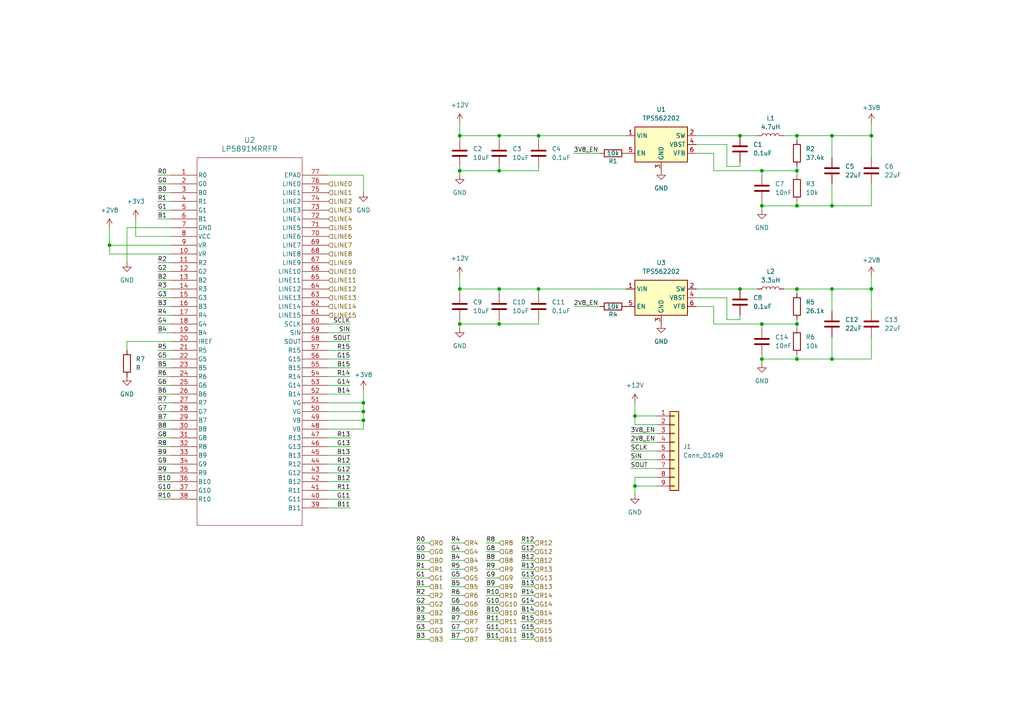
<source format=kicad_sch>
(kicad_sch (version 20250114) (generator "eeschema") (generator_version "9.0")
  (paper "A4")
  (lib_symbols
    (symbol "Connector_Generic:Conn_01x09" (pin_names (offset 1.016) (hide yes))
      (property "Reference" "J" (at 0 12.7 0))
      (property "Value" "Conn_01x09" (at 0 -12.7 0))
      (symbol "Conn_01x09_1_1"
        (rectangle (start -1.27 11.43) (end 1.27 -11.43) (stroke (width 0.254)) (fill (type background)))
        (rectangle (start -1.27 10.287) (end 0 10.033) (stroke (width 0.1524)))
        (rectangle (start -1.27 7.747) (end 0 7.493) (stroke (width 0.1524)))
        (rectangle (start -1.27 5.207) (end 0 4.953) (stroke (width 0.1524)))
        (rectangle (start -1.27 2.667) (end 0 2.413) (stroke (width 0.1524)))
        (rectangle (start -1.27 0.127) (end 0 -0.127) (stroke (width 0.1524)))
        (rectangle (start -1.27 -2.413) (end 0 -2.667) (stroke (width 0.1524)))
        (rectangle (start -1.27 -4.953) (end 0 -5.207) (stroke (width 0.1524)))
        (rectangle (start -1.27 -7.493) (end 0 -7.747) (stroke (width 0.1524)))
        (rectangle (start -1.27 -10.033) (end 0 -10.287) (stroke (width 0.1524)))
        (pin passive line (at -5.08 10.16 0) (length 3.81) (name "Pin_1") (number "1"))
        (pin passive line (at -5.08 7.62 0) (length 3.81) (name "Pin_2") (number "2"))
        (pin passive line (at -5.08 5.08 0) (length 3.81) (name "Pin_3") (number "3"))
        (pin passive line (at -5.08 2.54 0) (length 3.81) (name "Pin_4") (number "4"))
        (pin passive line (at -5.08 0 0) (length 3.81) (name "Pin_5") (number "5"))
        (pin passive line (at -5.08 -2.54 0) (length 3.81) (name "Pin_6") (number "6"))
        (pin passive line (at -5.08 -5.08 0) (length 3.81) (name "Pin_7") (number "7"))
        (pin passive line (at -5.08 -7.62 0) (length 3.81) (name "Pin_8") (number "8"))
        (pin passive line (at -5.08 -10.16 0) (length 3.81) (name "Pin_9") (number "9"))
      )
    )
    (symbol "Device:C" (pin_numbers (hide yes)) (pin_names (offset 0.254))
      (property "Reference" "C" (at 0.635 2.54 0))
      (property "Value" "C" (at 0.635 -2.54 0))
      (symbol "C_0_1"
        (polyline (pts (xy -2.032 0.762) (xy 2.032 0.762)) (stroke (width 0.508)))
        (polyline (pts (xy -2.032 -0.762) (xy 2.032 -0.762)) (stroke (width 0.508)))
      )
      (symbol "C_1_1"
        (pin passive line (at 0 3.81 270) (length 2.794) (name "~") (number "1"))
        (pin passive line (at 0 -3.81 90) (length 2.794) (name "~") (number "2"))
      )
    )
    (symbol "Device:L" (pin_numbers (hide yes)) (pin_names (offset 1.016) (hide yes))
      (property "Reference" "L" (at -1.27 0 90))
      (property "Value" "L" (at 1.905 0 90))
      (symbol "L_0_1"
        (arc (start 0 2.54) (mid 0.6323 1.905) (end 0 1.27))
        (arc (start 0 1.27) (mid 0.6323 0.635) (end 0 0))
        (arc (start 0 0) (mid 0.6323 -0.635) (end 0 -1.27))
        (arc (start 0 -1.27) (mid 0.6323 -1.905) (end 0 -2.54))
      )
      (symbol "L_1_1"
        (pin passive line (at 0 3.81 270) (length 1.27) (name "1") (number "1"))
        (pin passive line (at 0 -3.81 90) (length 1.27) (name "2") (number "2"))
      )
    )
    (symbol "Device:R" (pin_numbers (hide yes)) (pin_names (offset 0))
      (property "Reference" "R" (at 2.032 0 90))
      (property "Value" "R" (at 0 0 90))
      (symbol "R_0_1"
        (rectangle (start -1.016 -2.54) (end 1.016 2.54) (stroke (width 0.254)))
      )
      (symbol "R_1_1"
        (pin passive line (at 0 3.81 270) (length 1.27) (name "~") (number "1"))
        (pin passive line (at 0 -3.81 90) (length 1.27) (name "~") (number "2"))
      )
    )
    (symbol "Regulator_Switching:TPS562202"
      (property "Reference" "U" (at -7.62 6.35 0))
      (property "Value" "TPS562202" (at -2.54 6.35 0))
      (symbol "TPS562202_0_1"
        (rectangle (start -7.62 5.08) (end 7.62 -5.08) (stroke (width 0.254)) (fill (type background)))
      )
      (symbol "TPS562202_1_1"
        (pin power_in line (at -10.16 2.54 0) (length 2.54) (name "VIN") (number "1"))
        (pin input line (at -10.16 -2.54 0) (length 2.54) (name "EN") (number "5"))
        (pin power_in line (at 0 -7.62 90) (length 2.54) (name "GND") (number "3"))
        (pin output line (at 10.16 2.54 180) (length 2.54) (name "SW") (number "2"))
        (pin passive line (at 10.16 0 180) (length 2.54) (name "VBST") (number "4"))
        (pin input line (at 10.16 -2.54 180) (length 2.54) (name "VFB") (number "6"))
      )
    )
    (symbol "power:+12V" (power) (pin_numbers (hide yes)) (pin_names (offset 0) (hide yes))
      (property "Value" "+12V" (at 0 3.556 0))
      (symbol "+12V_0_1"
        (polyline (pts (xy -0.762 1.27) (xy 0 2.54)))
        (polyline (pts (xy 0 2.54) (xy 0.762 1.27)))
        (polyline (pts (xy 0 0) (xy 0 2.54)))
      )
      (symbol "+12V_1_1"
        (pin power_in line (at 0 0 90) (length 0) (name "~") (number "1"))
      )
    )
    (symbol "power:+2V8" (power) (pin_numbers (hide yes)) (pin_names (offset 0) (hide yes))
      (property "Value" "+2V8" (at 0 3.556 0))
      (symbol "+2V8_0_1"
        (polyline (pts (xy -0.762 1.27) (xy 0 2.54)))
        (polyline (pts (xy 0 2.54) (xy 0.762 1.27)))
        (polyline (pts (xy 0 0) (xy 0 2.54)))
      )
      (symbol "+2V8_1_1"
        (pin power_in line (at 0 0 90) (length 0) (name "~") (number "1"))
      )
    )
    (symbol "power:+3V3" (power) (pin_numbers (hide yes)) (pin_names (offset 0) (hide yes))
      (property "Value" "+3V3" (at 0 3.556 0))
      (symbol "+3V3_0_1"
        (polyline (pts (xy -0.762 1.27) (xy 0 2.54)))
        (polyline (pts (xy 0 2.54) (xy 0.762 1.27)))
        (polyline (pts (xy 0 0) (xy 0 2.54)))
      )
      (symbol "+3V3_1_1"
        (pin power_in line (at 0 0 90) (length 0) (name "~") (number "1"))
      )
    )
    (symbol "power:GND" (power) (pin_numbers (hide yes)) (pin_names (offset 0) (hide yes))
      (property "Value" "GND" (at 0 -3.81 0))
      (symbol "GND_0_1"
        (polyline (pts (xy 0 0) (xy 0 -1.27) (xy 1.27 -1.27) (xy 0 -2.54) (xy -1.27 -1.27) (xy 0 -1.27)))
      )
      (symbol "GND_1_1"
        (pin power_in line (at 0 0 270) (length 0) (name "~") (number "1"))
      )
    )
    (symbol "ul_LP5891MRRFR:LP5891MRRFR" (pin_names (offset 0.254))
      (property "Reference" "U" (at 22.86 10.16 0))
      (property "Value" "LP5891MRRFR" (at 22.86 7.62 0))
      (symbol "LP5891MRRFR_0_1"
        (polyline (pts (xy 7.62 5.08) (xy 7.62 -101.6)) (stroke (width 0.127)))
        (polyline (pts (xy 7.62 -101.6) (xy 38.1 -101.6)) (stroke (width 0.127)))
        (polyline (pts (xy 38.1 5.08) (xy 7.62 5.08)) (stroke (width 0.127)))
        (polyline (pts (xy 38.1 -101.6) (xy 38.1 5.08)) (stroke (width 0.127)))
        (pin output line (at 0 0 0) (length 7.62) (name "R0") (number "1"))
        (pin output line (at 0 -2.54 0) (length 7.62) (name "G0") (number "2"))
        (pin output line (at 0 -5.08 0) (length 7.62) (name "B0") (number "3"))
        (pin output line (at 0 -7.62 0) (length 7.62) (name "R1") (number "4"))
        (pin output line (at 0 -10.16 0) (length 7.62) (name "G1") (number "5"))
        (pin output line (at 0 -12.7 0) (length 7.62) (name "B1") (number "6"))
        (pin power_out line (at 0 -15.24 0) (length 7.62) (name "GND") (number "7"))
        (pin input line (at 0 -17.78 0) (length 7.62) (name "VCC") (number "8"))
        (pin input line (at 0 -20.32 0) (length 7.62) (name "VR") (number "9"))
        (pin input line (at 0 -22.86 0) (length 7.62) (name "VR") (number "10"))
        (pin output line (at 0 -25.4 0) (length 7.62) (name "R2") (number "11"))
        (pin output line (at 0 -27.94 0) (length 7.62) (name "G2") (number "12"))
        (pin output line (at 0 -30.48 0) (length 7.62) (name "B2") (number "13"))
        (pin output line (at 0 -33.02 0) (length 7.62) (name "R3") (number "14"))
        (pin output line (at 0 -35.56 0) (length 7.62) (name "G3") (number "15"))
        (pin output line (at 0 -38.1 0) (length 7.62) (name "B3") (number "16"))
        (pin output line (at 0 -40.64 0) (length 7.62) (name "R4") (number "17"))
        (pin output line (at 0 -43.18 0) (length 7.62) (name "G4") (number "18"))
        (pin output line (at 0 -45.72 0) (length 7.62) (name "B4") (number "19"))
        (pin unspecified line (at 0 -48.26 0) (length 7.62) (name "IREF") (number "20"))
        (pin output line (at 0 -50.8 0) (length 7.62) (name "R5") (number "21"))
        (pin output line (at 0 -53.34 0) (length 7.62) (name "G5") (number "22"))
        (pin output line (at 0 -55.88 0) (length 7.62) (name "B5") (number "23"))
        (pin output line (at 0 -58.42 0) (length 7.62) (name "R6") (number "24"))
        (pin output line (at 0 -60.96 0) (length 7.62) (name "G6") (number "25"))
        (pin output line (at 0 -63.5 0) (length 7.62) (name "B6") (number "26"))
        (pin output line (at 0 -66.04 0) (length 7.62) (name "R7") (number "27"))
        (pin output line (at 0 -68.58 0) (length 7.62) (name "G7") (number "28"))
        (pin output line (at 0 -71.12 0) (length 7.62) (name "B7") (number "29"))
        (pin output line (at 0 -73.66 0) (length 7.62) (name "B8") (number "30"))
        (pin output line (at 0 -76.2 0) (length 7.62) (name "G8") (number "31"))
        (pin output line (at 0 -78.74 0) (length 7.62) (name "R8") (number "32"))
        (pin output line (at 0 -81.28 0) (length 7.62) (name "B9") (number "33"))
        (pin output line (at 0 -83.82 0) (length 7.62) (name "G9") (number "34"))
        (pin output line (at 0 -86.36 0) (length 7.62) (name "R9") (number "35"))
        (pin output line (at 0 -88.9 0) (length 7.62) (name "B10") (number "36"))
        (pin output line (at 0 -91.44 0) (length 7.62) (name "G10") (number "37"))
        (pin output line (at 0 -93.98 0) (length 7.62) (name "R10") (number "38"))
        (pin power_out line (at 45.72 0 180) (length 7.62) (name "EPAD") (number "77"))
        (pin output line (at 45.72 -2.54 180) (length 7.62) (name "LINE0") (number "76"))
        (pin output line (at 45.72 -5.08 180) (length 7.62) (name "LINE1") (number "75"))
        (pin output line (at 45.72 -7.62 180) (length 7.62) (name "LINE2") (number "74"))
        (pin output line (at 45.72 -10.16 180) (length 7.62) (name "LINE3") (number "73"))
        (pin output line (at 45.72 -12.7 180) (length 7.62) (name "LINE4") (number "72"))
        (pin output line (at 45.72 -15.24 180) (length 7.62) (name "LINE5") (number "71"))
        (pin output line (at 45.72 -17.78 180) (length 7.62) (name "LINE6") (number "70"))
        (pin output line (at 45.72 -20.32 180) (length 7.62) (name "LINE7") (number "69"))
        (pin output line (at 45.72 -22.86 180) (length 7.62) (name "LINE8") (number "68"))
        (pin output line (at 45.72 -25.4 180) (length 7.62) (name "LINE9") (number "67"))
        (pin output line (at 45.72 -27.94 180) (length 7.62) (name "LINE10") (number "66"))
        (pin output line (at 45.72 -30.48 180) (length 7.62) (name "LINE11") (number "65"))
        (pin output line (at 45.72 -33.02 180) (length 7.62) (name "LINE12") (number "64"))
        (pin output line (at 45.72 -35.56 180) (length 7.62) (name "LINE13") (number "63"))
        (pin output line (at 45.72 -38.1 180) (length 7.62) (name "LINE14") (number "62"))
        (pin output line (at 45.72 -40.64 180) (length 7.62) (name "LINE15") (number "61"))
        (pin input line (at 45.72 -43.18 180) (length 7.62) (name "SCLK") (number "60"))
        (pin input line (at 45.72 -45.72 180) (length 7.62) (name "SIN") (number "59"))
        (pin output line (at 45.72 -48.26 180) (length 7.62) (name "SOUT") (number "58"))
        (pin output line (at 45.72 -50.8 180) (length 7.62) (name "R15") (number "57"))
        (pin output line (at 45.72 -53.34 180) (length 7.62) (name "G15") (number "56"))
        (pin output line (at 45.72 -55.88 180) (length 7.62) (name "B15") (number "55"))
        (pin output line (at 45.72 -58.42 180) (length 7.62) (name "R14") (number "54"))
        (pin output line (at 45.72 -60.96 180) (length 7.62) (name "G14") (number "53"))
        (pin output line (at 45.72 -63.5 180) (length 7.62) (name "B14") (number "52"))
        (pin input line (at 45.72 -66.04 180) (length 7.62) (name "VG") (number "51"))
        (pin input line (at 45.72 -68.58 180) (length 7.62) (name "VG") (number "50"))
        (pin input line (at 45.72 -71.12 180) (length 7.62) (name "VB") (number "49"))
        (pin input line (at 45.72 -73.66 180) (length 7.62) (name "VB") (number "48"))
        (pin output line (at 45.72 -76.2 180) (length 7.62) (name "R13") (number "47"))
        (pin output line (at 45.72 -78.74 180) (length 7.62) (name "G13") (number "46"))
        (pin output line (at 45.72 -81.28 180) (length 7.62) (name "B13") (number "45"))
        (pin output line (at 45.72 -83.82 180) (length 7.62) (name "R12") (number "44"))
        (pin output line (at 45.72 -86.36 180) (length 7.62) (name "G12") (number "43"))
        (pin output line (at 45.72 -88.9 180) (length 7.62) (name "B12") (number "42"))
        (pin output line (at 45.72 -91.44 180) (length 7.62) (name "R11") (number "41"))
        (pin output line (at 45.72 -93.98 180) (length 7.62) (name "G11") (number "40"))
        (pin output line (at 45.72 -96.52 180) (length 7.62) (name "B11") (number "39"))
      )
    )
  )
  (junction (at 220.98 93.98))
  (junction (at 231.14 39.37))
  (junction (at 144.78 93.98))
  (junction (at 252.73 83.82))
  (junction (at 133.35 49.53))
  (junction (at 105.41 121.92))
  (junction (at 214.63 83.82))
  (junction (at 241.3 59.69))
  (junction (at 144.78 49.53))
  (junction (at 31.75 71.12))
  (junction (at 220.98 104.14))
  (junction (at 105.41 119.38))
  (junction (at 220.98 59.69))
  (junction (at 214.63 39.37))
  (junction (at 231.14 104.14))
  (junction (at 156.21 83.82))
  (junction (at 231.14 59.69))
  (junction (at 231.14 93.98))
  (junction (at 184.15 120.65))
  (junction (at 105.41 116.84))
  (junction (at 144.78 83.82))
  (junction (at 184.15 140.97))
  (junction (at 231.14 49.53))
  (junction (at 241.3 104.14))
  (junction (at 133.35 83.82))
  (junction (at 252.73 39.37))
  (junction (at 220.98 49.53))
  (junction (at 144.78 39.37))
  (junction (at 133.35 93.98))
  (junction (at 156.21 39.37))
  (junction (at 241.3 39.37))
  (junction (at 133.35 39.37))
  (junction (at 231.14 83.82))
  (junction (at 241.3 83.82))
  (wire (pts (xy 120.65 165.1) (xy 124.46 165.1)))
  (wire (pts (xy 49.53 104.14) (xy 45.72 104.14)))
  (wire (pts (xy 231.14 59.69) (xy 220.98 59.69)))
  (wire (pts (xy 241.3 83.82) (xy 241.3 90.17)))
  (wire (pts (xy 49.53 111.76) (xy 45.72 111.76)))
  (wire (pts (xy 49.53 88.9) (xy 45.72 88.9)))
  (wire (pts (xy 252.73 80.01) (xy 252.73 83.82)))
  (wire (pts (xy 31.75 73.66) (xy 31.75 71.12)))
  (wire (pts (xy 140.97 180.34) (xy 144.78 180.34)))
  (wire (pts (xy 140.97 182.88) (xy 144.78 182.88)))
  (wire (pts (xy 133.35 93.98) (xy 133.35 92.71)))
  (wire (pts (xy 95.25 104.14) (xy 101.6 104.14)))
  (wire (pts (xy 140.97 162.56) (xy 144.78 162.56)))
  (wire (pts (xy 49.53 76.2) (xy 45.72 76.2)))
  (wire (pts (xy 173.99 88.9) (xy 166.37 88.9)))
  (wire (pts (xy 156.21 39.37) (xy 156.21 40.64)))
  (wire (pts (xy 190.5 130.81) (xy 182.88 130.81)))
  (wire (pts (xy 49.53 71.12) (xy 31.75 71.12)))
  (wire (pts (xy 49.53 93.98) (xy 45.72 93.98)))
  (wire (pts (xy 130.81 170.18) (xy 134.62 170.18)))
  (wire (pts (xy 214.63 92.71) (xy 214.63 91.44)))
  (wire (pts (xy 95.25 114.3) (xy 101.6 114.3)))
  (wire (pts (xy 190.5 135.89) (xy 182.88 135.89)))
  (wire (pts (xy 241.3 53.34) (xy 241.3 59.69)))
  (wire (pts (xy 210.82 92.71) (xy 214.63 92.71)))
  (wire (pts (xy 241.3 83.82) (xy 252.73 83.82)))
  (wire (pts (xy 105.41 124.46) (xy 95.25 124.46)))
  (wire (pts (xy 49.53 109.22) (xy 45.72 109.22)))
  (wire (pts (xy 210.82 41.91) (xy 210.82 48.26)))
  (wire (pts (xy 95.25 106.68) (xy 101.6 106.68)))
  (wire (pts (xy 130.81 180.34) (xy 134.62 180.34)))
  (wire (pts (xy 140.97 177.8) (xy 144.78 177.8)))
  (wire (pts (xy 151.13 185.42) (xy 154.94 185.42)))
  (wire (pts (xy 133.35 95.25) (xy 133.35 93.98)))
  (wire (pts (xy 231.14 39.37) (xy 241.3 39.37)))
  (wire (pts (xy 49.53 119.38) (xy 45.72 119.38)))
  (wire (pts (xy 227.33 83.82) (xy 231.14 83.82)))
  (wire (pts (xy 49.53 144.78) (xy 45.72 144.78)))
  (wire (pts (xy 140.97 160.02) (xy 144.78 160.02)))
  (wire (pts (xy 151.13 175.26) (xy 154.94 175.26)))
  (wire (pts (xy 190.5 133.35) (xy 182.88 133.35)))
  (wire (pts (xy 156.21 39.37) (xy 181.61 39.37)))
  (wire (pts (xy 49.53 63.5) (xy 45.72 63.5)))
  (wire (pts (xy 133.35 35.56) (xy 133.35 39.37)))
  (wire (pts (xy 220.98 49.53) (xy 231.14 49.53)))
  (wire (pts (xy 220.98 58.42) (xy 220.98 59.69)))
  (wire (pts (xy 49.53 124.46) (xy 45.72 124.46)))
  (wire (pts (xy 140.97 157.48) (xy 144.78 157.48)))
  (wire (pts (xy 201.93 86.36) (xy 210.82 86.36)))
  (wire (pts (xy 105.41 50.8) (xy 105.41 55.88)))
  (wire (pts (xy 220.98 50.8) (xy 220.98 49.53)))
  (wire (pts (xy 49.53 142.24) (xy 45.72 142.24)))
  (wire (pts (xy 130.81 175.26) (xy 134.62 175.26)))
  (wire (pts (xy 133.35 85.09) (xy 133.35 83.82)))
  (wire (pts (xy 120.65 167.64) (xy 124.46 167.64)))
  (wire (pts (xy 182.88 128.27) (xy 190.5 128.27)))
  (wire (pts (xy 231.14 102.87) (xy 231.14 104.14)))
  (wire (pts (xy 105.41 119.38) (xy 105.41 121.92)))
  (wire (pts (xy 207.01 88.9) (xy 207.01 93.98)))
  (wire (pts (xy 95.25 119.38) (xy 105.41 119.38)))
  (wire (pts (xy 241.3 59.69) (xy 231.14 59.69)))
  (wire (pts (xy 49.53 139.7) (xy 45.72 139.7)))
  (wire (pts (xy 220.98 93.98) (xy 231.14 93.98)))
  (wire (pts (xy 95.25 129.54) (xy 101.6 129.54)))
  (wire (pts (xy 252.73 53.34) (xy 252.73 59.69)))
  (wire (pts (xy 49.53 73.66) (xy 31.75 73.66)))
  (wire (pts (xy 49.53 121.92) (xy 45.72 121.92)))
  (wire (pts (xy 231.14 92.71) (xy 231.14 93.98)))
  (wire (pts (xy 144.78 39.37) (xy 156.21 39.37)))
  (wire (pts (xy 252.73 104.14) (xy 241.3 104.14)))
  (wire (pts (xy 105.41 113.03) (xy 105.41 116.84)))
  (wire (pts (xy 151.13 172.72) (xy 154.94 172.72)))
  (wire (pts (xy 130.81 182.88) (xy 134.62 182.88)))
  (wire (pts (xy 120.65 157.48) (xy 124.46 157.48)))
  (wire (pts (xy 220.98 60.96) (xy 220.98 59.69)))
  (wire (pts (xy 133.35 39.37) (xy 144.78 39.37)))
  (wire (pts (xy 252.73 39.37) (xy 252.73 45.72)))
  (wire (pts (xy 184.15 138.43) (xy 184.15 140.97)))
  (wire (pts (xy 133.35 50.8) (xy 133.35 49.53)))
  (wire (pts (xy 49.53 83.82) (xy 45.72 83.82)))
  (wire (pts (xy 151.13 157.48) (xy 154.94 157.48)))
  (wire (pts (xy 241.3 39.37) (xy 241.3 45.72)))
  (wire (pts (xy 49.53 50.8) (xy 45.72 50.8)))
  (wire (pts (xy 120.65 170.18) (xy 124.46 170.18)))
  (wire (pts (xy 214.63 83.82) (xy 219.71 83.82)))
  (wire (pts (xy 201.93 39.37) (xy 214.63 39.37)))
  (wire (pts (xy 49.53 132.08) (xy 45.72 132.08)))
  (wire (pts (xy 95.25 121.92) (xy 105.41 121.92)))
  (wire (pts (xy 130.81 160.02) (xy 134.62 160.02)))
  (wire (pts (xy 95.25 111.76) (xy 101.6 111.76)))
  (wire (pts (xy 36.83 66.04) (xy 36.83 76.2)))
  (wire (pts (xy 184.15 140.97) (xy 184.15 143.51)))
  (wire (pts (xy 120.65 162.56) (xy 124.46 162.56)))
  (wire (pts (xy 231.14 49.53) (xy 231.14 50.8)))
  (wire (pts (xy 49.53 96.52) (xy 45.72 96.52)))
  (wire (pts (xy 214.63 48.26) (xy 214.63 46.99)))
  (wire (pts (xy 144.78 85.09) (xy 144.78 83.82)))
  (wire (pts (xy 105.41 116.84) (xy 105.41 119.38)))
  (wire (pts (xy 252.73 97.79) (xy 252.73 104.14)))
  (wire (pts (xy 95.25 132.08) (xy 101.6 132.08)))
  (wire (pts (xy 140.97 165.1) (xy 144.78 165.1)))
  (wire (pts (xy 49.53 127) (xy 45.72 127)))
  (wire (pts (xy 95.25 96.52) (xy 101.6 96.52)))
  (wire (pts (xy 140.97 185.42) (xy 144.78 185.42)))
  (wire (pts (xy 130.81 165.1) (xy 134.62 165.1)))
  (wire (pts (xy 49.53 114.3) (xy 45.72 114.3)))
  (wire (pts (xy 151.13 165.1) (xy 154.94 165.1)))
  (wire (pts (xy 36.83 101.6) (xy 36.83 99.06)))
  (wire (pts (xy 120.65 175.26) (xy 124.46 175.26)))
  (wire (pts (xy 252.73 83.82) (xy 252.73 90.17)))
  (wire (pts (xy 201.93 44.45) (xy 207.01 44.45)))
  (wire (pts (xy 133.35 49.53) (xy 133.35 48.26)))
  (wire (pts (xy 184.15 120.65) (xy 190.5 120.65)))
  (wire (pts (xy 156.21 93.98) (xy 144.78 93.98)))
  (wire (pts (xy 95.25 142.24) (xy 101.6 142.24)))
  (wire (pts (xy 207.01 44.45) (xy 207.01 49.53)))
  (wire (pts (xy 95.25 101.6) (xy 101.6 101.6)))
  (wire (pts (xy 201.93 83.82) (xy 214.63 83.82)))
  (wire (pts (xy 144.78 92.71) (xy 144.78 93.98)))
  (wire (pts (xy 184.15 123.19) (xy 190.5 123.19)))
  (wire (pts (xy 156.21 48.26) (xy 156.21 49.53)))
  (wire (pts (xy 130.81 177.8) (xy 134.62 177.8)))
  (wire (pts (xy 140.97 175.26) (xy 144.78 175.26)))
  (wire (pts (xy 49.53 106.68) (xy 45.72 106.68)))
  (wire (pts (xy 49.53 91.44) (xy 45.72 91.44)))
  (wire (pts (xy 31.75 71.12) (xy 31.75 66.04)))
  (wire (pts (xy 49.53 86.36) (xy 45.72 86.36)))
  (wire (pts (xy 95.25 93.98) (xy 101.6 93.98)))
  (wire (pts (xy 130.81 172.72) (xy 134.62 172.72)))
  (wire (pts (xy 241.3 104.14) (xy 231.14 104.14)))
  (wire (pts (xy 95.25 134.62) (xy 101.6 134.62)))
  (wire (pts (xy 156.21 49.53) (xy 144.78 49.53)))
  (wire (pts (xy 231.14 85.09) (xy 231.14 83.82)))
  (wire (pts (xy 95.25 137.16) (xy 101.6 137.16)))
  (wire (pts (xy 95.25 99.06) (xy 101.6 99.06)))
  (wire (pts (xy 252.73 59.69) (xy 241.3 59.69)))
  (wire (pts (xy 49.53 55.88) (xy 45.72 55.88)))
  (wire (pts (xy 49.53 101.6) (xy 45.72 101.6)))
  (wire (pts (xy 231.14 93.98) (xy 231.14 95.25)))
  (wire (pts (xy 49.53 134.62) (xy 45.72 134.62)))
  (wire (pts (xy 95.25 127) (xy 101.6 127)))
  (wire (pts (xy 151.13 180.34) (xy 154.94 180.34)))
  (wire (pts (xy 231.14 58.42) (xy 231.14 59.69)))
  (wire (pts (xy 252.73 35.56) (xy 252.73 39.37)))
  (wire (pts (xy 105.41 121.92) (xy 105.41 124.46)))
  (wire (pts (xy 140.97 172.72) (xy 144.78 172.72)))
  (wire (pts (xy 95.25 139.7) (xy 101.6 139.7)))
  (wire (pts (xy 120.65 185.42) (xy 124.46 185.42)))
  (wire (pts (xy 133.35 83.82) (xy 144.78 83.82)))
  (wire (pts (xy 95.25 147.32) (xy 101.6 147.32)))
  (wire (pts (xy 49.53 129.54) (xy 45.72 129.54)))
  (wire (pts (xy 130.81 157.48) (xy 134.62 157.48)))
  (wire (pts (xy 49.53 66.04) (xy 36.83 66.04)))
  (wire (pts (xy 49.53 58.42) (xy 45.72 58.42)))
  (wire (pts (xy 120.65 172.72) (xy 124.46 172.72)))
  (wire (pts (xy 140.97 170.18) (xy 144.78 170.18)))
  (wire (pts (xy 220.98 105.41) (xy 220.98 104.14)))
  (wire (pts (xy 220.98 102.87) (xy 220.98 104.14)))
  (wire (pts (xy 151.13 167.64) (xy 154.94 167.64)))
  (wire (pts (xy 231.14 83.82) (xy 241.3 83.82)))
  (wire (pts (xy 190.5 138.43) (xy 184.15 138.43)))
  (wire (pts (xy 95.25 50.8) (xy 105.41 50.8)))
  (wire (pts (xy 49.53 116.84) (xy 45.72 116.84)))
  (wire (pts (xy 151.13 177.8) (xy 154.94 177.8)))
  (wire (pts (xy 156.21 92.71) (xy 156.21 93.98)))
  (wire (pts (xy 241.3 97.79) (xy 241.3 104.14)))
  (wire (pts (xy 156.21 83.82) (xy 156.21 85.09)))
  (wire (pts (xy 36.83 99.06) (xy 49.53 99.06)))
  (wire (pts (xy 133.35 40.64) (xy 133.35 39.37)))
  (wire (pts (xy 130.81 162.56) (xy 134.62 162.56)))
  (wire (pts (xy 184.15 120.65) (xy 184.15 123.19)))
  (wire (pts (xy 207.01 93.98) (xy 220.98 93.98)))
  (wire (pts (xy 49.53 137.16) (xy 45.72 137.16)))
  (wire (pts (xy 49.53 60.96) (xy 45.72 60.96)))
  (wire (pts (xy 241.3 39.37) (xy 252.73 39.37)))
  (wire (pts (xy 151.13 182.88) (xy 154.94 182.88)))
  (wire (pts (xy 227.33 39.37) (xy 231.14 39.37)))
  (wire (pts (xy 95.25 144.78) (xy 101.6 144.78)))
  (wire (pts (xy 231.14 104.14) (xy 220.98 104.14)))
  (wire (pts (xy 173.99 44.45) (xy 166.37 44.45)))
  (wire (pts (xy 120.65 160.02) (xy 124.46 160.02)))
  (wire (pts (xy 156.21 83.82) (xy 181.61 83.82)))
  (wire (pts (xy 210.82 86.36) (xy 210.82 92.71)))
  (wire (pts (xy 140.97 167.64) (xy 144.78 167.64)))
  (wire (pts (xy 151.13 160.02) (xy 154.94 160.02)))
  (wire (pts (xy 95.25 116.84) (xy 105.41 116.84)))
  (wire (pts (xy 151.13 162.56) (xy 154.94 162.56)))
  (wire (pts (xy 220.98 95.25) (xy 220.98 93.98)))
  (wire (pts (xy 207.01 49.53) (xy 220.98 49.53)))
  (wire (pts (xy 201.93 88.9) (xy 207.01 88.9)))
  (wire (pts (xy 49.53 81.28) (xy 45.72 81.28)))
  (wire (pts (xy 144.78 40.64) (xy 144.78 39.37)))
  (wire (pts (xy 231.14 40.64) (xy 231.14 39.37)))
  (wire (pts (xy 144.78 83.82) (xy 156.21 83.82)))
  (wire (pts (xy 133.35 49.53) (xy 144.78 49.53)))
  (wire (pts (xy 144.78 48.26) (xy 144.78 49.53)))
  (wire (pts (xy 151.13 170.18) (xy 154.94 170.18)))
  (wire (pts (xy 130.81 167.64) (xy 134.62 167.64)))
  (wire (pts (xy 120.65 180.34) (xy 124.46 180.34)))
  (wire (pts (xy 39.37 68.58) (xy 49.53 68.58)))
  (wire (pts (xy 184.15 116.84) (xy 184.15 120.65)))
  (wire (pts (xy 130.81 185.42) (xy 134.62 185.42)))
  (wire (pts (xy 182.88 125.73) (xy 190.5 125.73)))
  (wire (pts (xy 120.65 177.8) (xy 124.46 177.8)))
  (wire (pts (xy 210.82 48.26) (xy 214.63 48.26)))
  (wire (pts (xy 201.93 41.91) (xy 210.82 41.91)))
  (wire (pts (xy 133.35 80.01) (xy 133.35 83.82)))
  (wire (pts (xy 95.25 109.22) (xy 101.6 109.22)))
  (wire (pts (xy 49.53 53.34) (xy 45.72 53.34)))
  (wire (pts (xy 49.53 78.74) (xy 45.72 78.74)))
  (wire (pts (xy 120.65 182.88) (xy 124.46 182.88)))
  (wire (pts (xy 39.37 63.5) (xy 39.37 68.58)))
  (wire (pts (xy 184.15 140.97) (xy 190.5 140.97)))
  (wire (pts (xy 133.35 93.98) (xy 144.78 93.98)))
  (wire (pts (xy 231.14 48.26) (xy 231.14 49.53)))
  (wire (pts (xy 214.63 39.37) (xy 219.71 39.37)))
  (label "G0" (at 120.65 160.02 0))
  (label "3V8_EN" (at 182.88 125.73 0))
  (label "R5" (at 130.81 165.1 0))
  (label "R14" (at 151.13 172.72 0))
  (label "SOUT" (at 101.6 99.06 180))
  (label "R11" (at 140.97 180.34 0))
  (label "B3" (at 120.65 185.42 0))
  (label "R4" (at 45.72 91.44 0))
  (label "B4" (at 130.81 162.56 0))
  (label "G15" (at 151.13 182.88 0))
  (label "G13" (at 101.6 129.54 180))
  (label "R15" (at 151.13 180.34 0))
  (label "R13" (at 151.13 165.1 0))
  (label "R13" (at 101.6 127 180))
  (label "R7" (at 45.72 116.84 0))
  (label "R0" (at 45.72 50.8 0))
  (label "B15" (at 151.13 185.42 0))
  (label "G9" (at 45.72 134.62 0))
  (label "G12" (at 151.13 160.02 0))
  (label "3V8_EN" (at 166.37 44.45 0))
  (label "R7" (at 130.81 180.34 0))
  (label "B8" (at 45.72 124.46 0))
  (label "R0" (at 120.65 157.48 0))
  (label "R14" (at 101.6 109.22 180))
  (label "G6" (at 45.72 111.76 0))
  (label "SOUT" (at 182.88 135.89 0))
  (label "G10" (at 140.97 175.26 0))
  (label "B6" (at 45.72 114.3 0))
  (label "B13" (at 151.13 170.18 0))
  (label "B12" (at 151.13 162.56 0))
  (label "R8" (at 140.97 157.48 0))
  (label "B11" (at 140.97 185.42 0))
  (label "G2" (at 120.65 175.26 0))
  (label "G1" (at 120.65 167.64 0))
  (label "B13" (at 101.6 132.08 180))
  (label "B2" (at 120.65 177.8 0))
  (label "B0" (at 120.65 162.56 0))
  (label "B7" (at 130.81 185.42 0))
  (label "B11" (at 101.6 147.32 180))
  (label "B6" (at 130.81 177.8 0))
  (label "R1" (at 45.72 58.42 0))
  (label "G5" (at 45.72 104.14 0))
  (label "B4" (at 45.72 96.52 0))
  (label "R9" (at 45.72 137.16 0))
  (label "G12" (at 101.6 137.16 180))
  (label "SIN" (at 182.88 133.35 0))
  (label "G13" (at 151.13 167.64 0))
  (label "G5" (at 130.81 167.64 0))
  (label "G4" (at 45.72 93.98 0))
  (label "B0" (at 45.72 55.88 0))
  (label "SCLK" (at 101.6 93.98 180))
  (label "R3" (at 45.72 83.82 0))
  (label "R1" (at 120.65 165.1 0))
  (label "2V8_EN" (at 182.88 128.27 0))
  (label "2V8_EN" (at 166.37 88.9 0))
  (label "G8" (at 140.97 160.02 0))
  (label "G7" (at 130.81 182.88 0))
  (label "R11" (at 101.6 142.24 180))
  (label "B1" (at 120.65 170.18 0))
  (label "R10" (at 140.97 172.72 0))
  (label "B12" (at 101.6 139.7 180))
  (label "G14" (at 151.13 175.26 0))
  (label "B5" (at 45.72 106.68 0))
  (label "R9" (at 140.97 165.1 0))
  (label "G7" (at 45.72 119.38 0))
  (label "R4" (at 130.81 157.48 0))
  (label "R5" (at 45.72 101.6 0))
  (label "B2" (at 45.72 81.28 0))
  (label "B9" (at 140.97 170.18 0))
  (label "SCLK" (at 182.88 130.81 0))
  (label "G10" (at 45.72 142.24 0))
  (label "G15" (at 101.6 104.14 180))
  (label "R3" (at 120.65 180.34 0))
  (label "G2" (at 45.72 78.74 0))
  (label "G6" (at 130.81 175.26 0))
  (label "SIN" (at 101.6 96.52 180))
  (label "B14" (at 101.6 114.3 180))
  (label "R6" (at 45.72 109.22 0))
  (label "G3" (at 120.65 182.88 0))
  (label "G9" (at 140.97 167.64 0))
  (label "B3" (at 45.72 88.9 0))
  (label "R15" (at 101.6 101.6 180))
  (label "R10" (at 45.72 144.78 0))
  (label "B1" (at 45.72 63.5 0))
  (label "B8" (at 140.97 162.56 0))
  (label "B15" (at 101.6 106.68 180))
  (label "B10" (at 45.72 139.7 0))
  (label "R8" (at 45.72 129.54 0))
  (label "R2" (at 45.72 76.2 0))
  (label "B14" (at 151.13 177.8 0))
  (label "G3" (at 45.72 86.36 0))
  (label "R6" (at 130.81 172.72 0))
  (label "G8" (at 45.72 127 0))
  (label "G4" (at 130.81 160.02 0))
  (label "G1" (at 45.72 60.96 0))
  (label "B5" (at 130.81 170.18 0))
  (label "G11" (at 140.97 182.88 0))
  (label "R12" (at 101.6 134.62 180))
  (label "R2" (at 120.65 172.72 0))
  (label "G0" (at 45.72 53.34 0))
  (label "B10" (at 140.97 177.8 0))
  (label "G14" (at 101.6 111.76 180))
  (label "B9" (at 45.72 132.08 0))
  (label "R12" (at 151.13 157.48 0))
  (label "B7" (at 45.72 121.92 0))
  (label "G11" (at 101.6 144.78 180))
  (hierarchical_label "G9" (shape input) (at 144.78 167.64 0))
  (hierarchical_label "B6" (shape input) (at 134.62 177.8 0))
  (hierarchical_label "B14" (shape input) (at 154.94 177.8 0))
  (hierarchical_label "LINE5" (shape input) (at 95.25 66.04 0))
  (hierarchical_label "G1" (shape input) (at 124.46 167.64 0))
  (hierarchical_label "R6" (shape input) (at 134.62 172.72 0))
  (hierarchical_label "G15" (shape input) (at 154.94 182.88 0))
  (hierarchical_label "B12" (shape input) (at 154.94 162.56 0))
  (hierarchical_label "LINE0" (shape input) (at 95.25 53.34 0))
  (hierarchical_label "LINE13" (shape input) (at 95.25 86.36 0))
  (hierarchical_label "R5" (shape input) (at 134.62 165.1 0))
  (hierarchical_label "LINE7" (shape input) (at 95.25 71.12 0))
  (hierarchical_label "G3" (shape input) (at 124.46 182.88 0))
  (hierarchical_label "R10" (shape input) (at 144.78 172.72 0))
  (hierarchical_label "B11" (shape input) (at 144.78 185.42 0))
  (hierarchical_label "G7" (shape input) (at 134.62 182.88 0))
  (hierarchical_label "G11" (shape input) (at 144.78 182.88 0))
  (hierarchical_label "B2" (shape input) (at 124.46 177.8 0))
  (hierarchical_label "B10" (shape input) (at 144.78 177.8 0))
  (hierarchical_label "B5" (shape input) (at 134.62 170.18 0))
  (hierarchical_label "LINE11" (shape input) (at 95.25 81.28 0))
  (hierarchical_label "G4" (shape input) (at 134.62 160.02 0))
  (hierarchical_label "LINE8" (shape input) (at 95.25 73.66 0))
  (hierarchical_label "G13" (shape input) (at 154.94 167.64 0))
  (hierarchical_label "LINE1" (shape input) (at 95.25 55.88 0))
  (hierarchical_label "R7" (shape input) (at 134.62 180.34 0))
  (hierarchical_label "LINE15" (shape input) (at 95.25 91.44 0))
  (hierarchical_label "LINE3" (shape input) (at 95.25 60.96 0))
  (hierarchical_label "R0" (shape input) (at 124.46 157.48 0))
  (hierarchical_label "B1" (shape input) (at 124.46 170.18 0))
  (hierarchical_label "LINE9" (shape input) (at 95.25 76.2 0))
  (hierarchical_label "R2" (shape input) (at 124.46 172.72 0))
  (hierarchical_label "B7" (shape input) (at 134.62 185.42 0))
  (hierarchical_label "B15" (shape input) (at 154.94 185.42 0))
  (hierarchical_label "B3" (shape input) (at 124.46 185.42 0))
  (hierarchical_label "LINE14" (shape input) (at 95.25 88.9 0))
  (hierarchical_label "B13" (shape input) (at 154.94 170.18 0))
  (hierarchical_label "R15" (shape input) (at 154.94 180.34 0))
  (hierarchical_label "LINE2" (shape input) (at 95.25 58.42 0))
  (hierarchical_label "LINE12" (shape input) (at 95.25 83.82 0))
  (hierarchical_label "G8" (shape input) (at 144.78 160.02 0))
  (hierarchical_label "LINE10" (shape input) (at 95.25 78.74 0))
  (hierarchical_label "B9" (shape input) (at 144.78 170.18 0))
  (hierarchical_label "R1" (shape input) (at 124.46 165.1 0))
  (hierarchical_label "R4" (shape input) (at 134.62 157.48 0))
  (hierarchical_label "R12" (shape input) (at 154.94 157.48 0))
  (hierarchical_label "G0" (shape input) (at 124.46 160.02 0))
  (hierarchical_label "R9" (shape input) (at 144.78 165.1 0))
  (hierarchical_label "B8" (shape input) (at 144.78 162.56 0))
  (hierarchical_label "R11" (shape input) (at 144.78 180.34 0))
  (hierarchical_label "R8" (shape input) (at 144.78 157.48 0))
  (hierarchical_label "LINE4" (shape input) (at 95.25 63.5 0))
  (hierarchical_label "R3" (shape input) (at 124.46 180.34 0))
  (hierarchical_label "G12" (shape input) (at 154.94 160.02 0))
  (hierarchical_label "LINE6" (shape input) (at 95.25 68.58 0))
  (hierarchical_label "R13" (shape input) (at 154.94 165.1 0))
  (hierarchical_label "G2" (shape input) (at 124.46 175.26 0))
  (hierarchical_label "G10" (shape input) (at 144.78 175.26 0))
  (hierarchical_label "B4" (shape input) (at 134.62 162.56 0))
  (hierarchical_label "R14" (shape input) (at 154.94 172.72 0))
  (hierarchical_label "B0" (shape input) (at 124.46 162.56 0))
  (hierarchical_label "G14" (shape input) (at 154.94 175.26 0))
  (hierarchical_label "G6" (shape input) (at 134.62 175.26 0))
  (hierarchical_label "G5" (shape input) (at 134.62 167.64 0))
  (symbol (lib_id "power:GND") (at 191.77 93.98 0) (unit 1)
    (property "Reference" "#PWR012" (effects (hide yes)))
    (property "Value" "GND" (at 191.77 99.06 0))
    (property "Description" "Power symbol creates a global label with name \"GND\" , ground" (effects (hide yes)))
  )
  (symbol (lib_id "Device:C") (at 133.35 44.45 0) (unit 1)
    (property "Reference" "C2" (at 137.16 43.1799 0) (effects (justify left)))
    (property "Value" "10uF" (at 137.16 45.7199 0) (effects (justify left)))
    (property "Footprint" "Capacitor_SMD:C_1206_3216Metric" (effects (hide yes)))
    (property "Description" "Unpolarized capacitor" (effects (hide yes)))
  )
  (symbol (lib_id "Device:R") (at 231.14 44.45 0) (unit 1)
    (property "Reference" "R2" (at 233.68 43.1799 0) (effects (justify left)))
    (property "Value" "37.4k" (at 233.68 45.7199 0) (effects (justify left)))
    (property "Footprint" "Resistor_SMD:R_0603_1608Metric" (effects (hide yes)))
    (property "Description" "Resistor" (effects (hide yes)))
  )
  (symbol (lib_id "power:GND") (at 105.41 55.88 0) (unit 1)
    (property "Reference" "#PWR05" (effects (hide yes)))
    (property "Value" "GND" (at 105.41 60.96 0))
    (property "Description" "Power symbol creates a global label with name \"GND\" , ground" (effects (hide yes)))
  )
  (symbol (lib_id "Connector_Generic:Conn_01x09") (at 195.58 130.81 0) (unit 1)
    (property "Reference" "J1" (at 198.12 129.5399 0) (effects (justify left)))
    (property "Value" "Conn_01x09" (at 198.12 132.0799 0) (effects (justify left)))
    (property "Description" "Generic connector, single row, 01x09, script generated (kicad-library-utils/schlib/autogen/connector/)" (effects (hide yes)))
  )
  (symbol (lib_id "Regulator_Switching:TPS562202") (at 191.77 41.91 0) (unit 1)
    (property "Reference" "U1" (at 191.77 31.75 0))
    (property "Value" "TPS562202" (at 191.77 34.29 0))
    (property "Footprint" "Package_TO_SOT_SMD:SOT-563" (effects (hide yes)))
    (property "Datasheet" "https://www.ti.com/lit/gpn/tps562202" (effects (hide yes)))
    (property "Description" "2A Synchronous Step-Down Voltage Regulator 580kHz, adjustable output voltage, 4.5-17V Input Voltage, 0.804V-7V Output Voltage, SOT-563" (effects (hide yes)))
  )
  (symbol (lib_id "Device:C") (at 252.73 49.53 180) (unit 1)
    (property "Reference" "C6" (at 256.54 48.2599 0) (effects (justify right)))
    (property "Value" "22uF" (at 256.54 50.7999 0) (effects (justify right)))
    (property "Footprint" "Capacitor_SMD:C_1206_3216Metric" (effects (hide yes)))
    (property "Description" "Unpolarized capacitor" (effects (hide yes)))
  )
  (symbol (lib_id "power:+12V") (at 184.15 116.84 0) (unit 1)
    (property "Reference" "#PWR017" (effects (hide yes)))
    (property "Value" "+12V" (at 184.15 111.76 0))
    (property "Description" "Power symbol creates a global label with name \"+12V\"" (effects (hide yes)))
  )
  (symbol (lib_id "power:+2V8") (at 31.75 66.04 0) (unit 1)
    (property "Reference" "#PWR08" (effects (hide yes)))
    (property "Value" "+2V8" (at 31.75 60.96 0))
    (property "Description" "Power symbol creates a global label with name \"+2V8\"" (effects (hide yes)))
  )
  (symbol (lib_id "Device:C") (at 156.21 88.9 0) (unit 1)
    (property "Reference" "C11" (at 160.02 87.6299 0) (effects (justify left)))
    (property "Value" "0.1uF" (at 160.02 90.1699 0) (effects (justify left)))
    (property "Footprint" "Capacitor_SMD:C_0603_1608Metric" (effects (hide yes)))
    (property "Description" "Unpolarized capacitor" (effects (hide yes)))
  )
  (symbol (lib_id "Device:R") (at 177.8 44.45 90) (unit 1)
    (property "Reference" "R1" (at 177.8 46.736 90))
    (property "Value" "10k" (at 177.8 44.45 90))
    (property "Footprint" "Resistor_SMD:R_0603_1608Metric" (effects (hide yes)))
    (property "Description" "Resistor" (effects (hide yes)))
  )
  (symbol (lib_id "Device:C") (at 252.73 93.98 180) (unit 1)
    (property "Reference" "C13" (at 256.54 92.7099 0) (effects (justify right)))
    (property "Value" "22uF" (at 256.54 95.2499 0) (effects (justify right)))
    (property "Footprint" "Capacitor_SMD:C_1206_3216Metric" (effects (hide yes)))
    (property "Description" "Unpolarized capacitor" (effects (hide yes)))
  )
  (symbol (lib_id "power:GND") (at 220.98 105.41 0) (unit 1)
    (property "Reference" "#PWR014" (effects (hide yes)))
    (property "Value" "GND" (at 220.98 110.49 0))
    (property "Description" "Power symbol creates a global label with name \"GND\" , ground" (effects (hide yes)))
  )
  (symbol (lib_id "power:+12V") (at 133.35 35.56 0) (unit 1)
    (property "Reference" "#PWR01" (effects (hide yes)))
    (property "Value" "+12V" (at 133.35 30.48 0))
    (property "Description" "Power symbol creates a global label with name \"+12V\"" (effects (hide yes)))
  )
  (symbol (lib_id "power:GND") (at 36.83 76.2 0) (unit 1)
    (property "Reference" "#PWR09" (effects (hide yes)))
    (property "Value" "GND" (at 36.83 81.28 0))
    (property "Description" "Power symbol creates a global label with name \"GND\" , ground" (effects (hide yes)))
  )
  (symbol (lib_id "Device:R") (at 231.14 88.9 0) (unit 1)
    (property "Reference" "R5" (at 233.68 87.6299 0) (effects (justify left)))
    (property "Value" "26.1k" (at 233.68 90.1699 0) (effects (justify left)))
    (property "Footprint" "Resistor_SMD:R_0603_1608Metric" (effects (hide yes)))
    (property "Description" "Resistor" (effects (hide yes)))
  )
  (symbol (lib_id "Device:C") (at 144.78 88.9 0) (unit 1)
    (property "Reference" "C10" (at 148.59 87.6299 0) (effects (justify left)))
    (property "Value" "10uF" (at 148.59 90.1699 0) (effects (justify left)))
    (property "Footprint" "Capacitor_SMD:C_1206_3216Metric" (effects (hide yes)))
    (property "Description" "Unpolarized capacitor" (effects (hide yes)))
  )
  (symbol (lib_id "power:GND") (at 133.35 50.8 0) (unit 1)
    (property "Reference" "#PWR04" (effects (hide yes)))
    (property "Value" "GND" (at 133.35 55.88 0))
    (property "Description" "Power symbol creates a global label with name \"GND\" , ground" (effects (hide yes)))
  )
  (symbol (lib_id "power:+3V3") (at 252.73 35.56 0) (unit 1)
    (property "Reference" "#PWR02" (effects (hide yes)))
    (property "Value" "+3V8" (at 252.73 31.242 0))
    (property "Description" "Power symbol creates a global label with name \"+3V3\"" (effects (hide yes)))
  )
  (symbol (lib_id "Device:C") (at 214.63 43.18 0) (unit 1)
    (property "Reference" "C1" (at 218.44 41.9099 0) (effects (justify left)))
    (property "Value" "0.1uF" (at 218.44 44.4499 0) (effects (justify left)))
    (property "Footprint" "Capacitor_SMD:C_0603_1608Metric" (effects (hide yes)))
    (property "Description" "Unpolarized capacitor" (effects (hide yes)))
  )
  (symbol (lib_id "power:GND") (at 191.77 49.53 0) (unit 1)
    (property "Reference" "#PWR03" (effects (hide yes)))
    (property "Value" "GND" (at 191.77 54.61 0))
    (property "Description" "Power symbol creates a global label with name \"GND\" , ground" (effects (hide yes)))
  )
  (symbol (lib_id "Device:C") (at 156.21 44.45 0) (unit 1)
    (property "Reference" "C4" (at 160.02 43.1799 0) (effects (justify left)))
    (property "Value" "0.1uF" (at 160.02 45.7199 0) (effects (justify left)))
    (property "Footprint" "Capacitor_SMD:C_0603_1608Metric" (effects (hide yes)))
    (property "Description" "Unpolarized capacitor" (effects (hide yes)))
  )
  (symbol (lib_id "Device:R") (at 36.83 105.41 0) (unit 1)
    (property "Reference" "R7" (at 39.37 104.1399 0) (effects (justify left)))
    (property "Value" "R" (at 39.37 106.6799 0) (effects (justify left)))
    (property "Footprint" "Resistor_SMD:R_0603_1608Metric" (effects (hide yes)))
    (property "Description" "Resistor" (effects (hide yes)))
  )
  (symbol (lib_id "Device:C") (at 220.98 54.61 180) (unit 1)
    (property "Reference" "C7" (at 224.79 53.3399 0) (effects (justify right)))
    (property "Value" "10nF" (at 224.79 55.8799 0) (effects (justify right)))
    (property "Footprint" "Capacitor_SMD:C_0603_1608Metric" (effects (hide yes)))
    (property "Description" "Unpolarized capacitor" (effects (hide yes)))
  )
  (symbol (lib_id "Device:C") (at 144.78 44.45 0) (unit 1)
    (property "Reference" "C3" (at 148.59 43.1799 0) (effects (justify left)))
    (property "Value" "10uF" (at 148.59 45.7199 0) (effects (justify left)))
    (property "Footprint" "Capacitor_SMD:C_1206_3216Metric" (effects (hide yes)))
    (property "Description" "Unpolarized capacitor" (effects (hide yes)))
  )
  (symbol (lib_id "Device:L") (at 223.52 39.37 90) (unit 1)
    (property "Reference" "L1" (at 223.52 34.29 90))
    (property "Value" "4.7uH" (at 223.52 36.83 90))
    (property "Description" "Inductor" (effects (hide yes)))
  )
  (symbol (lib_id "power:GND") (at 36.83 109.22 0) (unit 1)
    (property "Reference" "#PWR015" (effects (hide yes)))
    (property "Value" "GND" (at 36.83 114.3 0))
    (property "Description" "Power symbol creates a global label with name \"GND\" , ground" (effects (hide yes)))
  )
  (symbol (lib_id "Device:C") (at 133.35 88.9 0) (unit 1)
    (property "Reference" "C9" (at 137.16 87.6299 0) (effects (justify left)))
    (property "Value" "10uF" (at 137.16 90.1699 0) (effects (justify left)))
    (property "Footprint" "Capacitor_SMD:C_1206_3216Metric" (effects (hide yes)))
    (property "Description" "Unpolarized capacitor" (effects (hide yes)))
  )
  (symbol (lib_id "Device:R") (at 177.8 88.9 90) (unit 1)
    (property "Reference" "R4" (at 177.8 91.186 90))
    (property "Value" "10k" (at 177.8 88.9 90))
    (property "Footprint" "Resistor_SMD:R_0603_1608Metric" (effects (hide yes)))
    (property "Description" "Resistor" (effects (hide yes)))
  )
  (symbol (lib_id "power:+2V8") (at 252.73 80.01 0) (unit 1)
    (property "Reference" "#PWR011" (effects (hide yes)))
    (property "Value" "+2V8" (at 252.73 75.438 0))
    (property "Description" "Power symbol creates a global label with name \"+2V8\"" (effects (hide yes)))
  )
  (symbol (lib_id "Device:C") (at 220.98 99.06 180) (unit 1)
    (property "Reference" "C14" (at 224.79 97.7899 0) (effects (justify right)))
    (property "Value" "10nF" (at 224.79 100.3299 0) (effects (justify right)))
    (property "Footprint" "Capacitor_SMD:C_0603_1608Metric" (effects (hide yes)))
    (property "Description" "Unpolarized capacitor" (effects (hide yes)))
  )
  (symbol (lib_id "Regulator_Switching:TPS562202") (at 191.77 86.36 0) (unit 1)
    (property "Reference" "U3" (at 191.77 76.2 0))
    (property "Value" "TPS562202" (at 191.77 78.74 0))
    (property "Footprint" "Package_TO_SOT_SMD:SOT-563" (effects (hide yes)))
    (property "Datasheet" "https://www.ti.com/lit/gpn/tps562202" (effects (hide yes)))
    (property "Description" "2A Synchronous Step-Down Voltage Regulator 580kHz, adjustable output voltage, 4.5-17V Input Voltage, 0.804V-7V Output Voltage, SOT-563" (effects (hide yes)))
  )
  (symbol (lib_id "Device:R") (at 231.14 99.06 0) (unit 1)
    (property "Reference" "R6" (at 233.68 97.7899 0) (effects (justify left)))
    (property "Value" "10k" (at 233.68 100.3299 0) (effects (justify left)))
    (property "Footprint" "Resistor_SMD:R_0603_1608Metric" (effects (hide yes)))
    (property "Description" "Resistor" (effects (hide yes)))
  )
  (symbol (lib_id "Device:C") (at 241.3 49.53 180) (unit 1)
    (property "Reference" "C5" (at 245.11 48.2599 0) (effects (justify right)))
    (property "Value" "22uF" (at 245.11 50.7999 0) (effects (justify right)))
    (property "Footprint" "Capacitor_SMD:C_1206_3216Metric" (effects (hide yes)))
    (property "Description" "Unpolarized capacitor" (effects (hide yes)))
  )
  (symbol (lib_id "power:GND") (at 184.15 143.51 0) (unit 1)
    (property "Reference" "#PWR018" (effects (hide yes)))
    (property "Value" "GND" (at 184.15 148.59 0))
    (property "Description" "Power symbol creates a global label with name \"GND\" , ground" (effects (hide yes)))
  )
  (symbol (lib_id "Device:R") (at 231.14 54.61 0) (unit 1)
    (property "Reference" "R3" (at 233.68 53.3399 0) (effects (justify left)))
    (property "Value" "10k" (at 233.68 55.8799 0) (effects (justify left)))
    (property "Footprint" "Resistor_SMD:R_0603_1608Metric" (effects (hide yes)))
    (property "Description" "Resistor" (effects (hide yes)))
  )
  (symbol (lib_id "power:GND") (at 220.98 60.96 0) (unit 1)
    (property "Reference" "#PWR06" (effects (hide yes)))
    (property "Value" "GND" (at 220.98 66.04 0))
    (property "Description" "Power symbol creates a global label with name \"GND\" , ground" (effects (hide yes)))
  )
  (symbol (lib_id "power:+3V3") (at 39.37 63.5 0) (unit 1)
    (property "Reference" "#PWR07" (effects (hide yes)))
    (property "Value" "+3V3" (at 39.37 58.42 0))
    (property "Description" "Power symbol creates a global label with name \"+3V3\"" (effects (hide yes)))
  )
  (symbol (lib_id "power:GND") (at 133.35 95.25 0) (unit 1)
    (property "Reference" "#PWR013" (effects (hide yes)))
    (property "Value" "GND" (at 133.35 100.33 0))
    (property "Description" "Power symbol creates a global label with name \"GND\" , ground" (effects (hide yes)))
  )
  (symbol (lib_id "ul_LP5891MRRFR:LP5891MRRFR") (at 49.53 50.8 0) (unit 1)
    (property "Reference" "U2" (at 72.39 40.64 0) (effects (font (size 1.524 1.524))))
    (property "Value" "LP5891MRRFR" (at 72.39 43.18 0) (effects (font (size 1.524 1.524))))
    (property "Footprint" "ul_LP5891MRRFR:VQFN76_RRF_TEX" (effects (hide yes)))
    (property "Datasheet" "LP5891MRRFR" (effects (hide yes)))
  )
  (symbol (lib_id "power:+3V3") (at 105.41 113.03 0) (unit 1)
    (property "Reference" "#PWR016" (effects (hide yes)))
    (property "Value" "+3V8" (at 105.41 108.712 0))
    (property "Description" "Power symbol creates a global label with name \"+3V3\"" (effects (hide yes)))
  )
  (symbol (lib_id "Device:L") (at 223.52 83.82 90) (unit 1)
    (property "Reference" "L2" (at 223.52 78.74 90))
    (property "Value" "3.3uH" (at 223.52 81.28 90))
    (property "Description" "Inductor" (effects (hide yes)))
  )
  (symbol (lib_id "power:+12V") (at 133.35 80.01 0) (unit 1)
    (property "Reference" "#PWR010" (effects (hide yes)))
    (property "Value" "+12V" (at 133.35 74.93 0))
    (property "Description" "Power symbol creates a global label with name \"+12V\"" (effects (hide yes)))
  )
  (symbol (lib_id "Device:C") (at 214.63 87.63 0) (unit 1)
    (property "Reference" "C8" (at 218.44 86.3599 0) (effects (justify left)))
    (property "Value" "0.1uF" (at 218.44 88.8999 0) (effects (justify left)))
    (property "Footprint" "Capacitor_SMD:C_0603_1608Metric" (effects (hide yes)))
    (property "Description" "Unpolarized capacitor" (effects (hide yes)))
  )
  (symbol (lib_id "Device:C") (at 241.3 93.98 180) (unit 1)
    (property "Reference" "C12" (at 245.11 92.7099 0) (effects (justify right)))
    (property "Value" "22uF" (at 245.11 95.2499 0) (effects (justify right)))
    (property "Footprint" "Capacitor_SMD:C_1206_3216Metric" (effects (hide yes)))
    (property "Description" "Unpolarized capacitor" (effects (hide yes)))
  )
)
</source>
